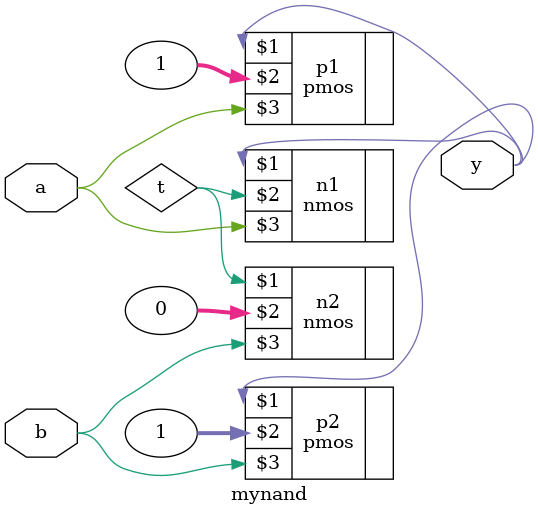
<source format=v>
module mynand(y,a,b);

input a,b;
output y;
wire y,t;

pmos p1 (y,1,a);
pmos p2 (y,1,b);
nmos n1 (y,t,a);
nmos n2 (t,0,b);

endmodule
</source>
